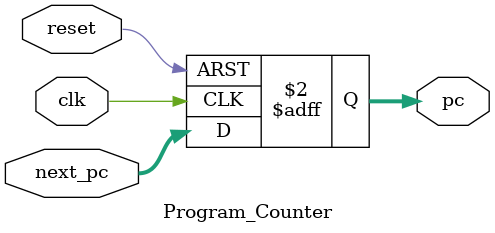
<source format=v>
module Program_Counter(
    input clk, reset,
    input [31:0] next_pc,
    output reg [31:0] pc
);
    always @(posedge clk or posedge reset) begin
        if (reset)
            pc <= 0;
        else
            pc <= next_pc;
    end
endmodule

</source>
